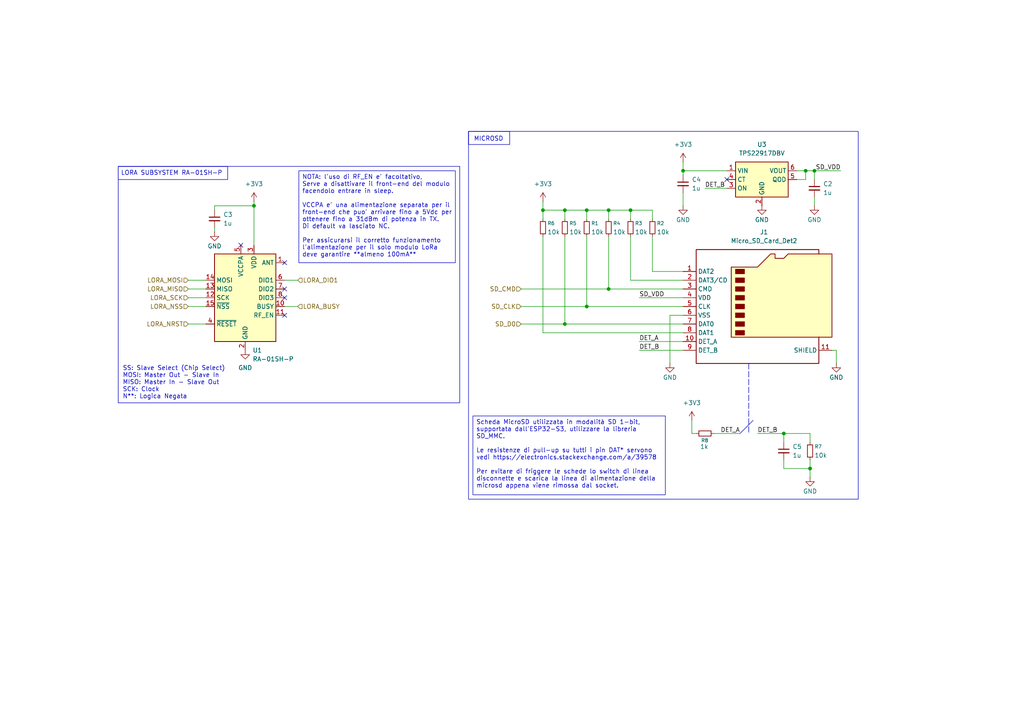
<source format=kicad_sch>
(kicad_sch (version 20250114) (generator "eeschema") (generator_version "9.0")
  (paper "A4")
  (lib_symbols
    (symbol "Connector:Micro_SD_Card_Det2"
      (property "Reference" "J" (at -16.51 17.78 0))
      (property "Value" "Micro_SD_Card_Det2" (at 16.51 17.78 0))
      (symbol "Micro_SD_Card_Det2_0_1"
        (polyline (pts (xy -8.89 -8.89) (xy -8.89 11.43) (xy -1.27 11.43) (xy 2.54 15.24) (xy 3.81 15.24) (xy 3.81 13.97) (xy 6.35 13.97) (xy 7.62 15.24) (xy 20.32 15.24) (xy 20.32 -8.89) (xy -8.89 -8.89)) (stroke (width 0.254)) (fill (type background)))
        (rectangle (start -7.62 10.795) (end -5.08 9.525) (stroke (width 0.254)) (fill (type outline)))
        (rectangle (start -7.62 8.255) (end -5.08 6.985) (stroke (width 0.254)) (fill (type outline)))
        (rectangle (start -7.62 5.715) (end -5.08 4.445) (stroke (width 0.254)) (fill (type outline)))
        (rectangle (start -7.62 3.175) (end -5.08 1.905) (stroke (width 0.254)) (fill (type outline)))
        (rectangle (start -7.62 0.635) (end -5.08 -0.635) (stroke (width 0.254)) (fill (type outline)))
        (rectangle (start -7.62 -1.905) (end -5.08 -3.175) (stroke (width 0.254)) (fill (type outline)))
        (rectangle (start -7.62 -4.445) (end -5.08 -5.715) (stroke (width 0.254)) (fill (type outline)))
        (rectangle (start -7.62 -6.985) (end -5.08 -8.255) (stroke (width 0.254)) (fill (type outline)))
        (polyline (pts (xy 16.51 15.24) (xy 16.51 16.51) (xy -19.05 16.51) (xy -19.05 -16.51) (xy 16.51 -16.51) (xy 16.51 -8.89)) (stroke (width 0.254)))
      )
      (symbol "Micro_SD_Card_Det2_1_1"
        (pin bidirectional line (at -22.86 10.16 0) (length 3.81) (name "DAT2") (number "1"))
        (pin bidirectional line (at -22.86 7.62 0) (length 3.81) (name "DAT3/CD") (number "2"))
        (pin input line (at -22.86 5.08 0) (length 3.81) (name "CMD") (number "3"))
        (pin power_in line (at -22.86 2.54 0) (length 3.81) (name "VDD") (number "4"))
        (pin input line (at -22.86 0 0) (length 3.81) (name "CLK") (number "5"))
        (pin power_in line (at -22.86 -2.54 0) (length 3.81) (name "VSS") (number "6"))
        (pin bidirectional line (at -22.86 -5.08 0) (length 3.81) (name "DAT0") (number "7"))
        (pin bidirectional line (at -22.86 -7.62 0) (length 3.81) (name "DAT1") (number "8"))
        (pin passive line (at -22.86 -10.16 0) (length 3.81) (name "DET_A") (number "10"))
        (pin passive line (at -22.86 -12.7 0) (length 3.81) (name "DET_B") (number "9"))
        (pin passive line (at 20.32 -12.7 180) (length 3.81) (name "SHIELD") (number "11"))
      )
    )
    (symbol "Device:C_Small" (pin_numbers (hide yes)) (pin_names (offset 0.254) (hide yes))
      (property "Reference" "C" (at 0.254 1.778 0))
      (property "Value" "C_Small" (at 0.254 -2.032 0))
      (symbol "C_Small_0_1"
        (polyline (pts (xy -1.524 0.508) (xy 1.524 0.508)) (stroke (width 0.3048)))
        (polyline (pts (xy -1.524 -0.508) (xy 1.524 -0.508)) (stroke (width 0.3302)))
      )
      (symbol "C_Small_1_1"
        (pin passive line (at 0 2.54 270) (length 2.032) (name "~") (number "1"))
        (pin passive line (at 0 -2.54 90) (length 2.032) (name "~") (number "2"))
      )
    )
    (symbol "Device:R_Small" (pin_numbers (hide yes)) (pin_names (offset 0.254) (hide yes))
      (property "Reference" "R" (at 0 0 90))
      (property "Value" "R_Small" (at 1.778 0 90))
      (symbol "R_Small_0_1"
        (rectangle (start -0.762 1.778) (end 0.762 -1.778) (stroke (width 0.2032)))
      )
      (symbol "R_Small_1_1"
        (pin passive line (at 0 2.54 270) (length 0.762) (name "~") (number "1"))
        (pin passive line (at 0 -2.54 90) (length 0.762) (name "~") (number "2"))
      )
    )
    (symbol "LoRa:RA-01SH"
      (property "Reference" "U" (at 7.874 15.748 0))
      (property "Value" "RA-01SH-P" (at 13.208 13.208 0))
      (symbol "RA-01SH_0_1"
        (rectangle (start -8.89 11.43) (end 8.89 -13.97) (stroke (width 0.254)) (fill (type background)))
      )
      (symbol "RA-01SH_1_1"
        (pin input line (at -11.43 3.81 0) (length 2.54) (name "MOSI") (number "14"))
        (pin output line (at -11.43 1.27 0) (length 2.54) (name "MISO") (number "13"))
        (pin input line (at -11.43 -1.27 0) (length 2.54) (name "SCK") (number "12"))
        (pin input line (at -11.43 -3.81 0) (length 2.54) (name "~{NSS}") (number "15"))
        (pin input line (at -11.43 -8.89 0) (length 2.54) (name "~{RESET}") (number "4"))
        (pin bidirectional line (at -1.27 13.97 270) (length 2.54) (name "VCCPA") (number "5"))
        (pin passive line (at 0 -16.51 90) (length 2.54) (hide yes) (name "GND") (number "16"))
        (pin power_in line (at 0 -16.51 90) (length 2.54) (name "GND") (number "2"))
        (pin passive line (at 0 -16.51 90) (length 2.54) (hide yes) (name "GND") (number "9"))
        (pin power_in line (at 2.54 13.97 270) (length 2.54) (name "VDD") (number "3"))
        (pin passive line (at 11.43 8.89 180) (length 2.54) (name "ANT") (number "1"))
        (pin bidirectional line (at 11.43 3.81 180) (length 2.54) (name "DIO1") (number "6"))
        (pin bidirectional line (at 11.43 1.27 180) (length 2.54) (name "DIO2") (number "7"))
        (pin bidirectional line (at 11.43 -1.27 180) (length 2.54) (name "DIO3") (number "8"))
        (pin bidirectional line (at 11.43 -3.81 180) (length 2.54) (name "BUSY") (number "10"))
        (pin bidirectional line (at 11.43 -6.35 180) (length 2.54) (name "RF_EN") (number "11"))
      )
    )
    (symbol "Power_Management:TPS22917DBV"
      (property "Reference" "U" (at -6.35 6.35 0))
      (property "Value" "TPS22917DBV" (at 2.54 6.35 0))
      (symbol "TPS22917DBV_0_1"
        (rectangle (start -7.62 5.08) (end 7.62 -5.08) (stroke (width 0.254)) (fill (type background)))
      )
      (symbol "TPS22917DBV_1_1"
        (pin power_in line (at -10.16 2.54 0) (length 2.54) (name "VIN") (number "1"))
        (pin output line (at -10.16 0 0) (length 2.54) (name "CT") (number "4"))
        (pin input line (at -10.16 -2.54 0) (length 2.54) (name "ON") (number "3"))
        (pin power_in line (at 0 -7.62 90) (length 2.54) (name "GND") (number "2"))
        (pin power_out line (at 10.16 2.54 180) (length 2.54) (name "VOUT") (number "6"))
        (pin open_collector line (at 10.16 0 180) (length 2.54) (name "QOD") (number "5"))
      )
    )
    (symbol "power:+3V3" (power) (pin_numbers (hide yes)) (pin_names (offset 0) (hide yes))
      (property "Value" "+3V3" (at 0 3.556 0))
      (symbol "+3V3_0_1"
        (polyline (pts (xy -0.762 1.27) (xy 0 2.54)))
        (polyline (pts (xy 0 2.54) (xy 0.762 1.27)))
        (polyline (pts (xy 0 0) (xy 0 2.54)))
      )
      (symbol "+3V3_1_1"
        (pin power_in line (at 0 0 90) (length 0) (name "~") (number "1"))
      )
    )
    (symbol "power:GND" (power) (pin_numbers (hide yes)) (pin_names (offset 0) (hide yes))
      (property "Value" "GND" (at 0 -3.81 0))
      (symbol "GND_0_1"
        (polyline (pts (xy 0 0) (xy 0 -1.27) (xy 1.27 -1.27) (xy 0 -2.54) (xy -1.27 -1.27) (xy 0 -1.27)))
      )
      (symbol "GND_1_1"
        (pin power_in line (at 0 0 270) (length 0) (name "~") (number "1"))
      )
    )
  )
  (rectangle (start 135.89 38.1) (end 248.92 144.78))
  (rectangle (start 135.89 38.1) (end 147.828 41.91))
  (rectangle (start 34.29 48.26) (end 133.35 116.84))
  (rectangle (start 34.29 48.26) (end 66.04 52.07))
  (text "SS: Slave Select (Chip Select)\nMOSI: Master Out - Slave In\nMISO: Master In - Slave Out\nSCK: Clock\nN**: Logica Negata" (at 35.56 110.998 0) (effects (font (size 1.27 1.27)) (justify left)))
  (text "LORA SUBSYSTEM RA-01SH-P" (at 35.052 50.292 0) (effects (font (size 1.27 1.27)) (justify left)))
  (text "MICROSD" (at 137.414 40.386 0) (effects (font (size 1.27 1.27)) (justify left)))
  (text_box "NOTA: l'uso di RF_EN e' facoltativo,\nServe a disattivare il front-end del modulo \nfacendolo entrare in sleep.\n\nVCCPA e' una alimentazione separata per il\nfront-end che puo' arrivare fino a 5Vdc per\nottenere fino a 31dBm di potenza in TX.\nDi default va lasciato NC.\n\nPer assicurarsi il corretto funzionamento \nl'alimentazione per il solo modulo LoRa \ndeve garantire **almeno 100mA**\n" (at 86.6776 49.5301 0) (size 45.4024 26.6699) (margins 0.9525 0.9525 0.9525 0.9525) (effects (font (size 1.27 1.27)) (justify left top)))
  (text_box "Scheda MicroSD utilizzata in modalità SD 1-bit, supportata dall'ESP32-S3, utilizzare la libreria SD_MMC.\n\nLe resistenze di pull-up su tutti i pin DAT* servono vedi https://electronics.stackexchange.com/a/39578\n\nPer evitare di friggere le schede lo switch di linea disconnette e scarica la linea di alimentazione della microsd appena viene rimossa dal socket." (at 137.16 120.65 0) (size 55.8165 22.86) (margins 0.9525 0.9525 0.9525 0.9525) (effects (font (size 1.27 1.27)) (justify left top)))
  (junction (at 233.68 49.53))
  (junction (at 163.83 60.96))
  (junction (at 182.88 60.96))
  (junction (at 176.53 83.82))
  (junction (at 227.33 125.73))
  (junction (at 163.83 93.98))
  (junction (at 170.18 60.96))
  (junction (at 73.66 59.69))
  (junction (at 176.53 60.96))
  (junction (at 236.22 49.53))
  (junction (at 157.48 60.96))
  (junction (at 170.18 88.9))
  (junction (at 234.95 135.89))
  (junction (at 198.12 49.53))
  (no_connect (at 82.55 86.36))
  (no_connect (at 82.55 76.2))
  (no_connect (at 82.55 83.82))
  (no_connect (at 210.82 52.07))
  (no_connect (at 82.55 91.44))
  (no_connect (at 69.85 71.12))
  (wire (pts (xy 198.12 91.44) (xy 194.31 91.44)))
  (wire (pts (xy 170.18 60.96) (xy 170.18 63.5)))
  (wire (pts (xy 62.23 66.04) (xy 62.23 67.31)))
  (wire (pts (xy 163.83 68.58) (xy 163.83 93.98)))
  (wire (pts (xy 189.23 78.74) (xy 198.12 78.74)))
  (wire (pts (xy 207.01 125.73) (xy 214.63 125.73)))
  (wire (pts (xy 176.53 60.96) (xy 182.88 60.96)))
  (wire (pts (xy 227.33 125.73) (xy 227.33 128.27)))
  (wire (pts (xy 163.83 60.96) (xy 163.83 63.5)))
  (wire (pts (xy 241.3 101.6) (xy 242.57 101.6)))
  (wire (pts (xy 151.13 88.9) (xy 170.18 88.9)))
  (wire (pts (xy 198.12 46.99) (xy 198.12 49.53)))
  (wire (pts (xy 198.12 55.88) (xy 198.12 59.69)))
  (wire (pts (xy 227.33 133.35) (xy 227.33 135.89)))
  (wire (pts (xy 182.88 60.96) (xy 182.88 63.5)))
  (wire (pts (xy 157.48 60.96) (xy 157.48 63.5)))
  (wire (pts (xy 200.66 125.73) (xy 201.93 125.73)))
  (wire (pts (xy 54.61 83.82) (xy 59.69 83.82)))
  (wire (pts (xy 82.55 88.9) (xy 86.36 88.9)))
  (wire (pts (xy 233.68 52.07) (xy 233.68 49.53)))
  (wire (pts (xy 219.71 125.73) (xy 227.33 125.73)))
  (wire (pts (xy 170.18 60.96) (xy 176.53 60.96)))
  (wire (pts (xy 176.53 68.58) (xy 176.53 83.82)))
  (wire (pts (xy 185.42 101.6) (xy 198.12 101.6)))
  (wire (pts (xy 73.66 59.69) (xy 73.66 71.12)))
  (wire (pts (xy 176.53 83.82) (xy 198.12 83.82)))
  (wire (pts (xy 210.82 49.53) (xy 198.12 49.53)))
  (wire (pts (xy 82.55 81.28) (xy 86.36 81.28)))
  (wire (pts (xy 189.23 68.58) (xy 189.23 78.74)))
  (wire (pts (xy 227.33 125.73) (xy 234.95 125.73)))
  (wire (pts (xy 234.95 135.89) (xy 234.95 138.43)))
  (wire (pts (xy 236.22 49.53) (xy 243.84 49.53)))
  (wire (pts (xy 151.13 83.82) (xy 176.53 83.82)))
  (wire (pts (xy 157.48 58.42) (xy 157.48 60.96)))
  (wire (pts (xy 198.12 86.36) (xy 185.42 86.36)))
  (wire (pts (xy 170.18 68.58) (xy 170.18 88.9)))
  (wire (pts (xy 157.48 60.96) (xy 163.83 60.96)))
  (wire (pts (xy 163.83 60.96) (xy 170.18 60.96)))
  (wire (pts (xy 54.61 81.28) (xy 59.69 81.28)))
  (wire (pts (xy 157.48 96.52) (xy 198.12 96.52)))
  (wire (pts (xy 62.23 60.96) (xy 62.23 59.69)))
  (wire (pts (xy 231.14 52.07) (xy 233.68 52.07)))
  (wire (pts (xy 185.42 99.06) (xy 198.12 99.06)))
  (wire (pts (xy 234.95 125.73) (xy 234.95 128.27)))
  (polyline (pts (xy 214.63 125.73) (xy 218.44 121.92)))
  (wire (pts (xy 200.66 121.92) (xy 200.66 125.73)))
  (wire (pts (xy 176.53 60.96) (xy 176.53 63.5)))
  (wire (pts (xy 189.23 60.96) (xy 189.23 63.5)))
  (wire (pts (xy 151.13 93.98) (xy 163.83 93.98)))
  (wire (pts (xy 198.12 49.53) (xy 198.12 50.8)))
  (wire (pts (xy 233.68 49.53) (xy 236.22 49.53)))
  (wire (pts (xy 194.31 91.44) (xy 194.31 105.41)))
  (wire (pts (xy 182.88 60.96) (xy 189.23 60.96)))
  (wire (pts (xy 62.23 59.69) (xy 73.66 59.69)))
  (wire (pts (xy 182.88 81.28) (xy 198.12 81.28)))
  (wire (pts (xy 227.33 135.89) (xy 234.95 135.89)))
  (wire (pts (xy 54.61 93.98) (xy 59.69 93.98)))
  (wire (pts (xy 54.61 88.9) (xy 59.69 88.9)))
  (wire (pts (xy 182.88 68.58) (xy 182.88 81.28)))
  (wire (pts (xy 236.22 52.07) (xy 236.22 49.53)))
  (wire (pts (xy 234.95 133.35) (xy 234.95 135.89)))
  (wire (pts (xy 170.18 88.9) (xy 198.12 88.9)))
  (wire (pts (xy 242.57 101.6) (xy 242.57 105.41)))
  (polyline (pts (xy 217.17 105.41) (xy 217.17 125.73)) (stroke (width 0) (type dash)))
  (wire (pts (xy 236.22 57.15) (xy 236.22 59.69)))
  (wire (pts (xy 204.47 54.61) (xy 210.82 54.61)))
  (wire (pts (xy 157.48 68.58) (xy 157.48 96.52)))
  (wire (pts (xy 163.83 93.98) (xy 198.12 93.98)))
  (wire (pts (xy 73.66 58.42) (xy 73.66 59.69)))
  (wire (pts (xy 231.14 49.53) (xy 233.68 49.53)))
  (wire (pts (xy 54.61 86.36) (xy 59.69 86.36)))
  (label "SD_VDD" (at 185.42 86.36 0))
  (label "DET_A" (at 185.42 99.06 0))
  (label "DET_B" (at 219.71 125.73 0))
  (label "DET_B" (at 204.47 54.61 0))
  (label "SD_VDD" (at 243.84 49.53 180))
  (label "DET_B" (at 185.42 101.6 0))
  (label "DET_A" (at 214.63 125.73 180))
  (hierarchical_label "SD_CMD" (shape input) (at 151.13 83.82 180))
  (hierarchical_label "LORA_DIO1" (shape input) (at 86.36 81.28 0))
  (hierarchical_label "LORA_SCK" (shape input) (at 54.61 86.36 180))
  (hierarchical_label "LORA_NRST" (shape input) (at 54.61 93.98 180))
  (hierarchical_label "LORA_MOSI" (shape input) (at 54.61 81.28 180))
  (hierarchical_label "LORA_MISO" (shape input) (at 54.61 83.82 180))
  (hierarchical_label "SD_D0" (shape input) (at 151.13 93.98 180))
  (hierarchical_label "LORA_NSS" (shape input) (at 54.61 88.9 180))
  (hierarchical_label "SD_CLK" (shape input) (at 151.13 88.9 180))
  (hierarchical_label "LORA_BUSY" (shape input) (at 86.36 88.9 0))
  (symbol (lib_id "power:GND") (at 220.98 59.69 0) (unit 1)
    (property "Reference" "#PWR04" (effects (hide yes)))
    (property "Value" "GND" (at 220.98 63.754 0))
    (property "Description" "Power symbol creates a global label with name \"GND\" , ground" (effects (hide yes)))
  )
  (symbol (lib_id "Device:R_Small") (at 234.95 130.81 0) (unit 1)
    (property "Reference" "R7" (at 236.22 129.54 0) (effects (font (size 1.016 1.016)) (justify left)))
    (property "Value" "10k" (at 236.22 132.08 0) (effects (justify left)))
    (property "Footprint" "Resistor_SMD:R_0603_1608Metric_Pad0.98x0.95mm_HandSolder" (effects (hide yes)))
    (property "Description" "Resistor, small symbol" (effects (hide yes)))
  )
  (symbol (lib_id "power:GND") (at 62.23 67.31 0) (unit 1)
    (property "Reference" "#PWR012" (effects (hide yes)))
    (property "Value" "GND" (at 62.23 71.374 0))
    (property "Description" "Power symbol creates a global label with name \"GND\" , ground" (effects (hide yes)))
  )
  (symbol (lib_id "Device:C_Small") (at 198.12 53.34 0) (unit 1)
    (property "Reference" "C4" (at 200.66 52.0762 0) (effects (justify left)))
    (property "Value" "1u" (at 200.66 54.6162 0) (effects (justify left)))
    (property "Footprint" "Capacitor_SMD:C_0603_1608Metric_Pad1.08x0.95mm_HandSolder" (effects (hide yes)))
    (property "Description" "Unpolarized capacitor, small symbol" (effects (hide yes)))
  )
  (symbol (lib_id "power:GND") (at 198.12 59.69 0) (unit 1)
    (property "Reference" "#PWR08" (effects (hide yes)))
    (property "Value" "GND" (at 198.12 63.754 0))
    (property "Description" "Power symbol creates a global label with name \"GND\" , ground" (effects (hide yes)))
  )
  (symbol (lib_id "power:+3V3") (at 157.48 58.42 0) (unit 1)
    (property "Reference" "#PWR02" (effects (hide yes)))
    (property "Value" "+3V3" (at 157.48 53.34 0))
    (property "Description" "Power symbol creates a global label with name \"+3V3\"" (effects (hide yes)))
  )
  (symbol (lib_id "Device:R_Small") (at 157.48 66.04 0) (unit 1)
    (property "Reference" "R6" (at 158.75 64.77 0) (effects (font (size 1.016 1.016)) (justify left)))
    (property "Value" "10k" (at 158.75 67.31 0) (effects (justify left)))
    (property "Footprint" "Resistor_SMD:R_0603_1608Metric_Pad0.98x0.95mm_HandSolder" (effects (hide yes)))
    (property "Description" "Resistor, small symbol" (effects (hide yes)))
  )
  (symbol (lib_id "power:+3V3") (at 73.66 58.42 0) (unit 1)
    (property "Reference" "#PWR011" (effects (hide yes)))
    (property "Value" "+3V3" (at 73.66 53.34 0))
    (property "Description" "Power symbol creates a global label with name \"+3V3\"" (effects (hide yes)))
  )
  (symbol (lib_id "Power_Management:TPS22917DBV") (at 220.98 52.07 0) (unit 1)
    (property "Reference" "U3" (at 220.98 41.91 0))
    (property "Value" "TPS22917DBV" (at 220.98 44.45 0))
    (property "Footprint" "Package_TO_SOT_SMD:SOT-23-6" (effects (hide yes)))
    (property "Datasheet" "http://www.ti.com/lit/ds/symlink/tps22917.pdf" (effects (hide yes)))
    (property "Description" "1V to 5.5V, 2A, 80mΩ Ultra-Low Leakage Load Switch, SOT23-6" (effects (hide yes)))
  )
  (symbol (lib_id "Device:R_Small") (at 170.18 66.04 0) (unit 1)
    (property "Reference" "R1" (at 171.45 64.77 0) (effects (font (size 1.016 1.016)) (justify left)))
    (property "Value" "10k" (at 171.45 67.31 0) (effects (justify left)))
    (property "Footprint" "Resistor_SMD:R_0603_1608Metric_Pad0.98x0.95mm_HandSolder" (effects (hide yes)))
    (property "Description" "Resistor, small symbol" (effects (hide yes)))
  )
  (symbol (lib_id "Device:R_Small") (at 176.53 66.04 0) (unit 1)
    (property "Reference" "R4" (at 177.8 64.77 0) (effects (font (size 1.016 1.016)) (justify left)))
    (property "Value" "10k" (at 177.8 67.31 0) (effects (justify left)))
    (property "Footprint" "Resistor_SMD:R_0603_1608Metric_Pad0.98x0.95mm_HandSolder" (effects (hide yes)))
    (property "Description" "Resistor, small symbol" (effects (hide yes)))
  )
  (symbol (lib_id "power:GND") (at 234.95 138.43 0) (unit 1)
    (property "Reference" "#PWR013" (effects (hide yes)))
    (property "Value" "GND" (at 234.95 142.494 0))
    (property "Description" "Power symbol creates a global label with name \"GND\" , ground" (effects (hide yes)))
  )
  (symbol (lib_id "LoRa:RA-01SH") (at 71.12 85.09 0) (unit 1)
    (property "Reference" "U1" (at 73.2633 101.6 0) (effects (justify left)))
    (property "Value" "RA-01SH-P" (at 73.2633 104.14 0) (effects (justify left)))
    (property "Footprint" "RF_Module:Ai-Thinker-Ra-01-LoRa" (effects (hide yes)))
    (property "Datasheet" "https://en.ai-thinker.com/Uploads/file/20240927/20240927114430_30249.pdf" (effects (hide yes)))
  )
  (symbol (lib_id "power:+3V3") (at 198.12 46.99 0) (unit 1)
    (property "Reference" "#PWR010" (effects (hide yes)))
    (property "Value" "+3V3" (at 198.12 41.91 0))
    (property "Description" "Power symbol creates a global label with name \"+3V3\"" (effects (hide yes)))
  )
  (symbol (lib_id "Connector:Micro_SD_Card_Det2") (at 220.98 88.9 0) (unit 1)
    (property "Reference" "J1" (at 221.615 67.31 0))
    (property "Value" "Micro_SD_Card_Det2" (at 221.615 69.85 0))
    (property "Footprint" "MicroSD:microSD_HC_Molex_104031-0811_Handsolder" (effects (hide yes)))
    (property "Datasheet" "https://www.hirose.com/en/product/document?clcode=&productname=&series=DM3&documenttype=Catalog&lang=en&documentid=D49662_en" (effects (hide yes)))
    (property "Description" "Micro SD Card Socket with two card detection pins" (effects (hide yes)))
  )
  (symbol (lib_id "power:GND") (at 242.57 105.41 0) (unit 1)
    (property "Reference" "#PWR01" (effects (hide yes)))
    (property "Value" "GND" (at 242.57 109.474 0))
    (property "Description" "Power symbol creates a global label with name \"GND\" , ground" (effects (hide yes)))
  )
  (symbol (lib_id "power:GND") (at 236.22 59.69 0) (unit 1)
    (property "Reference" "#PWR05" (effects (hide yes)))
    (property "Value" "GND" (at 236.22 63.754 0))
    (property "Description" "Power symbol creates a global label with name \"GND\" , ground" (effects (hide yes)))
  )
  (symbol (lib_id "Device:C_Small") (at 236.22 54.61 0) (unit 1)
    (property "Reference" "C2" (at 238.76 53.3462 0) (effects (justify left)))
    (property "Value" "1u" (at 238.76 55.8862 0) (effects (justify left)))
    (property "Footprint" "Capacitor_SMD:C_0603_1608Metric_Pad1.08x0.95mm_HandSolder" (effects (hide yes)))
    (property "Description" "Unpolarized capacitor, small symbol" (effects (hide yes)))
  )
  (symbol (lib_id "Device:C_Small") (at 227.33 130.81 0) (unit 1)
    (property "Reference" "C5" (at 229.87 129.5462 0) (effects (justify left)))
    (property "Value" "1u" (at 229.87 132.0862 0) (effects (justify left)))
    (property "Footprint" "Capacitor_SMD:C_0603_1608Metric_Pad1.08x0.95mm_HandSolder" (effects (hide yes)))
    (property "Description" "Unpolarized capacitor, small symbol" (effects (hide yes)))
  )
  (symbol (lib_id "power:+3V3") (at 200.66 121.92 0) (unit 1)
    (property "Reference" "#PWR014" (effects (hide yes)))
    (property "Value" "+3V3" (at 200.66 116.84 0))
    (property "Description" "Power symbol creates a global label with name \"+3V3\"" (effects (hide yes)))
  )
  (symbol (lib_id "Device:R_Small") (at 189.23 66.04 0) (unit 1)
    (property "Reference" "R2" (at 190.5 64.77 0) (effects (font (size 1.016 1.016)) (justify left)))
    (property "Value" "10k" (at 190.5 67.31 0) (effects (justify left)))
    (property "Footprint" "Resistor_SMD:R_0603_1608Metric_Pad0.98x0.95mm_HandSolder" (effects (hide yes)))
    (property "Description" "Resistor, small symbol" (effects (hide yes)))
  )
  (symbol (lib_id "power:GND") (at 71.12 101.6 0) (unit 1)
    (property "Reference" "#PWR09" (effects (hide yes)))
    (property "Value" "GND" (at 71.12 106.68 0))
    (property "Description" "Power symbol creates a global label with name \"GND\" , ground" (effects (hide yes)))
  )
  (symbol (lib_id "Device:R_Small") (at 182.88 66.04 0) (unit 1)
    (property "Reference" "R3" (at 184.15 64.77 0) (effects (font (size 1.016 1.016)) (justify left)))
    (property "Value" "10k" (at 184.15 67.31 0) (effects (justify left)))
    (property "Footprint" "Resistor_SMD:R_0603_1608Metric_Pad0.98x0.95mm_HandSolder" (effects (hide yes)))
    (property "Description" "Resistor, small symbol" (effects (hide yes)))
  )
  (symbol (lib_id "Device:R_Small") (at 163.83 66.04 0) (unit 1)
    (property "Reference" "R5" (at 165.1 64.77 0) (effects (font (size 1.016 1.016)) (justify left)))
    (property "Value" "10k" (at 165.1 67.31 0) (effects (justify left)))
    (property "Footprint" "Resistor_SMD:R_0603_1608Metric_Pad0.98x0.95mm_HandSolder" (effects (hide yes)))
    (property "Description" "Resistor, small symbol" (effects (hide yes)))
  )
  (symbol (lib_id "Device:R_Small") (at 204.47 125.73 90) (unit 1)
    (property "Reference" "R8" (at 205.486 127.762 90) (effects (font (size 1.016 1.016)) (justify left)))
    (property "Value" "1k" (at 205.486 129.54 90) (effects (justify left)))
    (property "Footprint" "Resistor_SMD:R_0603_1608Metric_Pad0.98x0.95mm_HandSolder" (effects (hide yes)))
    (property "Description" "Resistor, small symbol" (effects (hide yes)))
  )
  (symbol (lib_id "Device:C_Small") (at 62.23 63.5 0) (unit 1)
    (property "Reference" "C3" (at 64.77 62.2362 0) (effects (justify left)))
    (property "Value" "1u" (at 64.77 64.7762 0) (effects (justify left)))
    (property "Footprint" "Capacitor_SMD:C_0603_1608Metric_Pad1.08x0.95mm_HandSolder" (effects (hide yes)))
    (property "Description" "Unpolarized capacitor, small symbol" (effects (hide yes)))
  )
  (symbol (lib_id "power:GND") (at 194.31 105.41 0) (unit 1)
    (property "Reference" "#PWR06" (effects (hide yes)))
    (property "Value" "GND" (at 194.31 109.474 0))
    (property "Description" "Power symbol creates a global label with name \"GND\" , ground" (effects (hide yes)))
  )
)
</source>
